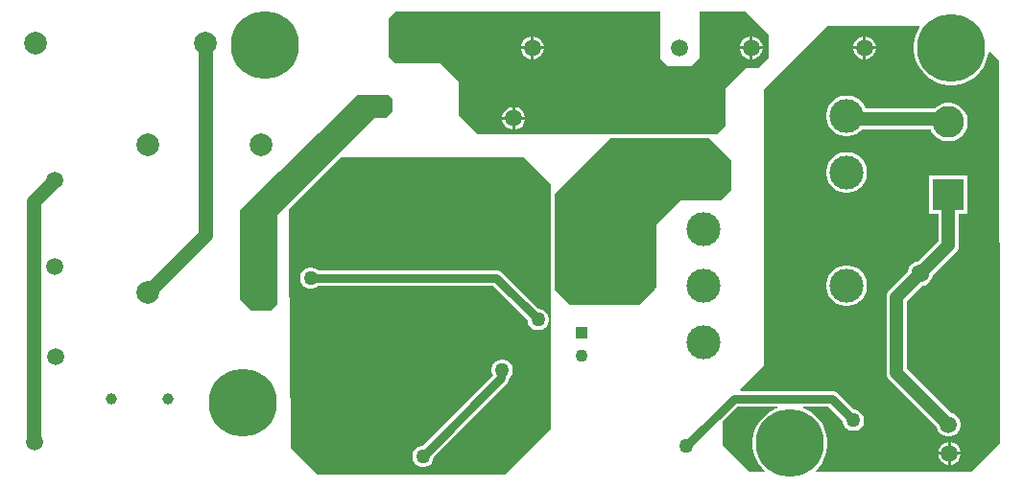
<source format=gbl>
G04*
G04 #@! TF.GenerationSoftware,Altium Limited,Altium Designer,23.4.1 (23)*
G04*
G04 Layer_Physical_Order=2*
G04 Layer_Color=16711680*
%FSLAX44Y44*%
%MOMM*%
G71*
G04*
G04 #@! TF.SameCoordinates,A62261B1-4730-41BB-8F10-B985FF82E821*
G04*
G04*
G04 #@! TF.FilePolarity,Positive*
G04*
G01*
G75*
%ADD46C,1.6000*%
%ADD47C,1.1000*%
%ADD49C,0.8000*%
%ADD52C,1.3000*%
%ADD54C,1.5000*%
%ADD55R,1.1000X1.1000*%
%ADD56R,1.6000X1.6000*%
%ADD57C,2.8000*%
%ADD58R,2.8000X2.8000*%
%ADD59C,2.0000*%
%ADD60C,1.0000*%
%ADD61C,3.0000*%
%ADD62C,6.0000*%
%ADD63C,1.2700*%
%ADD64C,1.2000*%
G36*
X669290Y400050D02*
Y379730D01*
X660400Y370840D01*
X648970D01*
X631190Y353060D01*
Y320040D01*
X623570Y312420D01*
X412750D01*
X396240Y328930D01*
Y358140D01*
X379730Y374650D01*
X340360D01*
X334010Y381000D01*
X334010Y414020D01*
X340360Y420370D01*
X572770D01*
X574040Y420370D01*
Y415290D01*
Y378460D01*
X580390Y372110D01*
X600710D01*
X608330Y379730D01*
Y415290D01*
Y420370D01*
X648970D01*
X669290Y400050D01*
D02*
G37*
G36*
X636270Y289560D02*
Y262890D01*
X627380Y254000D01*
X591820D01*
X570230Y232410D01*
Y177800D01*
X568960Y175260D01*
X554990Y161290D01*
X494030D01*
X480579Y174741D01*
Y259599D01*
X529590Y308610D01*
X617220D01*
X636270Y289560D01*
D02*
G37*
G36*
X337820Y342900D02*
Y332740D01*
X331470Y326390D01*
X321310D01*
X236220Y241300D01*
Y162560D01*
X229870Y156210D01*
X213360D01*
X203200Y166370D01*
Y245400D01*
X307489Y346710D01*
X334010Y346710D01*
X337820Y342900D01*
D02*
G37*
G36*
X802808Y406538D02*
X802356Y405916D01*
X799998Y401288D01*
X798393Y396348D01*
X797580Y391217D01*
Y386023D01*
X798393Y380892D01*
X799998Y375952D01*
X802356Y371324D01*
X805409Y367122D01*
X809082Y363449D01*
X813284Y360396D01*
X817912Y358038D01*
X822852Y356433D01*
X827983Y355620D01*
X833177D01*
X838307Y356433D01*
X843248Y358038D01*
X847876Y360396D01*
X852078Y363449D01*
X855751Y367122D01*
X858804Y371324D01*
X861162Y375952D01*
X862767Y380892D01*
X863345Y384539D01*
X864701Y384979D01*
X872490Y377190D01*
X873760Y57150D01*
Y39370D01*
X848360Y13970D01*
X711405D01*
X710879Y15240D01*
X713511Y17872D01*
X716564Y22074D01*
X718922Y26702D01*
X720527Y31642D01*
X721340Y36773D01*
Y41967D01*
X720527Y47098D01*
X718922Y52038D01*
X716564Y56666D01*
X713511Y60868D01*
X709838Y64541D01*
X705636Y67594D01*
X701008Y69952D01*
X699600Y70410D01*
X699801Y71680D01*
X722245D01*
X734870Y59055D01*
Y58459D01*
X735507Y56081D01*
X736738Y53949D01*
X738479Y52208D01*
X740611Y50977D01*
X742989Y50340D01*
X745451D01*
X747829Y50977D01*
X749961Y52208D01*
X751702Y53949D01*
X752933Y56081D01*
X753570Y58459D01*
Y60921D01*
X752933Y63299D01*
X751702Y65431D01*
X749961Y67172D01*
X747829Y68403D01*
X745451Y69040D01*
X744855D01*
X730162Y83732D01*
X728700Y84854D01*
X726997Y85560D01*
X725170Y85800D01*
X644990D01*
X644504Y86974D01*
X665480Y107950D01*
Y351790D01*
X721360Y407670D01*
X802232D01*
X802808Y406538D01*
D02*
G37*
G36*
X677080Y70410D02*
X675672Y69952D01*
X671044Y67594D01*
X666842Y64541D01*
X663169Y60868D01*
X660116Y56666D01*
X657758Y52038D01*
X656153Y47098D01*
X655340Y41967D01*
Y36773D01*
X656153Y31642D01*
X657758Y26702D01*
X660116Y22074D01*
X663169Y17872D01*
X665801Y15240D01*
X665275Y13970D01*
X652780D01*
X628650Y38100D01*
Y58551D01*
X641779Y71680D01*
X676879D01*
X677080Y70410D01*
D02*
G37*
G36*
X477520Y267970D02*
Y259599D01*
X477520Y259599D01*
X477520Y259599D01*
Y174741D01*
X477520Y174741D01*
X477520Y174741D01*
Y52070D01*
X436880Y11430D01*
X271780Y11430D01*
X247650Y35560D01*
X246380Y213360D01*
X246380Y246380D01*
X292100Y292100D01*
X453390D01*
X477520Y267970D01*
D02*
G37*
%LPC*%
G36*
X655372Y398660D02*
X655320D01*
Y389890D01*
X664090D01*
Y389942D01*
X663406Y392495D01*
X662084Y394785D01*
X660215Y396654D01*
X657925Y397976D01*
X655372Y398660D01*
D02*
G37*
G36*
X652780D02*
X652728D01*
X650175Y397976D01*
X647885Y396654D01*
X646016Y394785D01*
X644694Y392495D01*
X644010Y389942D01*
Y389890D01*
X652780D01*
Y398660D01*
D02*
G37*
G36*
X462332D02*
X462280D01*
Y389890D01*
X471050D01*
Y389942D01*
X470366Y392495D01*
X469044Y394785D01*
X467175Y396654D01*
X464885Y397976D01*
X462332Y398660D01*
D02*
G37*
G36*
X459740D02*
X459688D01*
X457135Y397976D01*
X454845Y396654D01*
X452976Y394785D01*
X451654Y392495D01*
X450970Y389942D01*
Y389890D01*
X459740D01*
Y398660D01*
D02*
G37*
G36*
X664090Y387350D02*
X655320D01*
Y378580D01*
X655372D01*
X657925Y379264D01*
X660215Y380586D01*
X662084Y382455D01*
X663406Y384745D01*
X664090Y387298D01*
Y387350D01*
D02*
G37*
G36*
X652780D02*
X644010D01*
Y387298D01*
X644694Y384745D01*
X646016Y382455D01*
X647885Y380586D01*
X650175Y379264D01*
X652728Y378580D01*
X652780D01*
Y387350D01*
D02*
G37*
G36*
X471050D02*
X462280D01*
Y378580D01*
X462332D01*
X464885Y379264D01*
X467175Y380586D01*
X469044Y382455D01*
X470366Y384745D01*
X471050Y387298D01*
Y387350D01*
D02*
G37*
G36*
X459740D02*
X450970D01*
Y387298D01*
X451654Y384745D01*
X452976Y382455D01*
X454845Y380586D01*
X457135Y379264D01*
X459688Y378580D01*
X459740D01*
Y387350D01*
D02*
G37*
G36*
X445822Y336430D02*
X445770D01*
Y327660D01*
X454540D01*
Y327712D01*
X453856Y330265D01*
X452534Y332555D01*
X450665Y334424D01*
X448375Y335746D01*
X445822Y336430D01*
D02*
G37*
G36*
X443230D02*
X443178D01*
X440625Y335746D01*
X438335Y334424D01*
X436466Y332555D01*
X435144Y330265D01*
X434460Y327712D01*
Y327660D01*
X443230D01*
Y336430D01*
D02*
G37*
G36*
X454540Y325120D02*
X445770D01*
Y316350D01*
X445822D01*
X448375Y317034D01*
X450665Y318356D01*
X452534Y320225D01*
X453856Y322515D01*
X454540Y325068D01*
Y325120D01*
D02*
G37*
G36*
X443230D02*
X434460D01*
Y325068D01*
X435144Y322515D01*
X436466Y320225D01*
X438335Y318356D01*
X440625Y317034D01*
X443178Y316350D01*
X443230D01*
Y325120D01*
D02*
G37*
G36*
X755372Y398660D02*
X755320D01*
Y389890D01*
X764090D01*
Y389942D01*
X763406Y392495D01*
X762084Y394785D01*
X760215Y396654D01*
X757925Y397976D01*
X755372Y398660D01*
D02*
G37*
G36*
X752780D02*
X752728D01*
X750175Y397976D01*
X747885Y396654D01*
X746016Y394785D01*
X744694Y392495D01*
X744010Y389942D01*
Y389890D01*
X752780D01*
Y398660D01*
D02*
G37*
G36*
X764090Y387350D02*
X755320D01*
Y378580D01*
X755372D01*
X757925Y379264D01*
X760215Y380586D01*
X762084Y382455D01*
X763406Y384745D01*
X764090Y387298D01*
Y387350D01*
D02*
G37*
G36*
X752780D02*
X744010D01*
Y387298D01*
X744694Y384745D01*
X746016Y382455D01*
X747885Y380586D01*
X750175Y379264D01*
X752728Y378580D01*
X752780D01*
Y387350D01*
D02*
G37*
G36*
X739913Y346600D02*
X736367D01*
X732890Y345908D01*
X729614Y344551D01*
X726666Y342581D01*
X724158Y340074D01*
X722189Y337126D01*
X720832Y333850D01*
X720140Y330373D01*
Y326827D01*
X720832Y323350D01*
X722189Y320074D01*
X724158Y317126D01*
X726666Y314618D01*
X729614Y312649D01*
X732890Y311292D01*
X736367Y310600D01*
X739913D01*
X743390Y311292D01*
X746666Y312649D01*
X749614Y314618D01*
X751745Y316749D01*
X812251D01*
X812975Y315002D01*
X814835Y312217D01*
X817203Y309849D01*
X819987Y307989D01*
X823081Y306707D01*
X826366Y306054D01*
X829714D01*
X832999Y306707D01*
X836093Y307989D01*
X838877Y309849D01*
X841245Y312217D01*
X843105Y315002D01*
X844387Y318095D01*
X845040Y321380D01*
Y324728D01*
X844387Y328013D01*
X843105Y331106D01*
X841245Y333891D01*
X838877Y336259D01*
X836093Y338119D01*
X832999Y339401D01*
X829714Y340054D01*
X826366D01*
X823081Y339401D01*
X819987Y338119D01*
X817203Y336259D01*
X815849Y334905D01*
X755012D01*
X754091Y337126D01*
X752122Y340074D01*
X749614Y342581D01*
X746666Y344551D01*
X743390Y345908D01*
X739913Y346600D01*
D02*
G37*
G36*
Y296600D02*
X736367D01*
X732890Y295908D01*
X729614Y294551D01*
X726666Y292582D01*
X724158Y290074D01*
X722189Y287126D01*
X720832Y283850D01*
X720140Y280373D01*
Y276827D01*
X720832Y273350D01*
X722189Y270074D01*
X724158Y267126D01*
X726666Y264618D01*
X729614Y262649D01*
X732890Y261292D01*
X736367Y260600D01*
X739913D01*
X743390Y261292D01*
X746666Y262649D01*
X749614Y264618D01*
X752122Y267126D01*
X754091Y270074D01*
X755448Y273350D01*
X756140Y276827D01*
Y280373D01*
X755448Y283850D01*
X754091Y287126D01*
X752122Y290074D01*
X749614Y292582D01*
X746666Y294551D01*
X743390Y295908D01*
X739913Y296600D01*
D02*
G37*
G36*
Y196600D02*
X736367D01*
X732890Y195908D01*
X729614Y194551D01*
X726666Y192582D01*
X724158Y190074D01*
X722189Y187126D01*
X720832Y183850D01*
X720140Y180373D01*
Y176827D01*
X720832Y173350D01*
X722189Y170074D01*
X724158Y167126D01*
X726666Y164618D01*
X729614Y162649D01*
X732890Y161292D01*
X736367Y160600D01*
X739913D01*
X743390Y161292D01*
X746666Y162649D01*
X749614Y164618D01*
X752122Y167126D01*
X754091Y170074D01*
X755448Y173350D01*
X756140Y176827D01*
Y180373D01*
X755448Y183850D01*
X754091Y187126D01*
X752122Y190074D01*
X749614Y192582D01*
X746666Y194551D01*
X743390Y195908D01*
X739913Y196600D01*
D02*
G37*
G36*
X845040Y276080D02*
X811040D01*
Y242080D01*
X818962D01*
Y217990D01*
X801060Y200087D01*
X798794Y199480D01*
X796286Y198032D01*
X794238Y195984D01*
X792790Y193476D01*
X792183Y191210D01*
X775901Y174929D01*
X774458Y173049D01*
X773552Y170859D01*
X773242Y168510D01*
Y101600D01*
X773552Y99251D01*
X774458Y97061D01*
X775901Y95181D01*
X817890Y53193D01*
X818256Y51827D01*
X819638Y49433D01*
X821593Y47478D01*
X823987Y46096D01*
X826658Y45380D01*
X829422D01*
X832093Y46096D01*
X834487Y47478D01*
X836442Y49433D01*
X837824Y51827D01*
X838540Y54498D01*
Y57262D01*
X837824Y59933D01*
X836442Y62327D01*
X834487Y64282D01*
X832093Y65664D01*
X830727Y66030D01*
X791398Y105360D01*
Y164750D01*
X805020Y178373D01*
X807286Y178980D01*
X809794Y180428D01*
X811842Y182476D01*
X813290Y184984D01*
X813897Y187250D01*
X834459Y207811D01*
X834459Y207811D01*
X835901Y209691D01*
X836808Y211880D01*
X837118Y214230D01*
X837118Y214230D01*
Y242080D01*
X845040D01*
Y276080D01*
D02*
G37*
G36*
X830362Y40520D02*
X830310D01*
Y31750D01*
X839080D01*
Y31802D01*
X838396Y34355D01*
X837074Y36645D01*
X835205Y38514D01*
X832915Y39836D01*
X830362Y40520D01*
D02*
G37*
G36*
X827770D02*
X827718D01*
X825165Y39836D01*
X822875Y38514D01*
X821006Y36645D01*
X819684Y34355D01*
X819000Y31802D01*
Y31750D01*
X827770D01*
Y40520D01*
D02*
G37*
G36*
X839080Y29210D02*
X830310D01*
Y20440D01*
X830362D01*
X832915Y21124D01*
X835205Y22446D01*
X837074Y24315D01*
X838396Y26605D01*
X839080Y29158D01*
Y29210D01*
D02*
G37*
G36*
X827770D02*
X819000D01*
Y29158D01*
X819684Y26605D01*
X821006Y24315D01*
X822875Y22446D01*
X825165Y21124D01*
X827718Y20440D01*
X827770D01*
Y29210D01*
D02*
G37*
G36*
X266661Y194770D02*
X264199D01*
X261821Y194133D01*
X259689Y192902D01*
X257948Y191161D01*
X256717Y189029D01*
X256080Y186651D01*
Y184189D01*
X256717Y181811D01*
X257948Y179679D01*
X259689Y177938D01*
X261821Y176707D01*
X264199Y176070D01*
X266661D01*
X269039Y176707D01*
X271171Y177938D01*
X271593Y178360D01*
X426335D01*
X456740Y147955D01*
Y147359D01*
X457377Y144981D01*
X458608Y142849D01*
X460349Y141108D01*
X462481Y139877D01*
X464859Y139240D01*
X467321D01*
X469699Y139877D01*
X471831Y141108D01*
X473572Y142849D01*
X474803Y144981D01*
X475440Y147359D01*
Y149821D01*
X474803Y152199D01*
X473572Y154331D01*
X471831Y156072D01*
X469699Y157303D01*
X467321Y157940D01*
X466725D01*
X434252Y190412D01*
X432790Y191535D01*
X431087Y192240D01*
X429260Y192480D01*
X271593D01*
X271171Y192902D01*
X269039Y194133D01*
X266661Y194770D01*
D02*
G37*
G36*
X435571Y113490D02*
X433109D01*
X430731Y112853D01*
X428599Y111622D01*
X426858Y109881D01*
X425627Y107749D01*
X424990Y105371D01*
Y102909D01*
X425627Y100531D01*
X426165Y99600D01*
X363855Y37290D01*
X363259D01*
X360881Y36653D01*
X358749Y35422D01*
X357008Y33681D01*
X355777Y31549D01*
X355140Y29171D01*
Y26709D01*
X355777Y24331D01*
X357008Y22199D01*
X358749Y20458D01*
X360881Y19227D01*
X363259Y18590D01*
X365721D01*
X368099Y19227D01*
X370231Y20458D01*
X371972Y22199D01*
X373203Y24331D01*
X373840Y26709D01*
Y27305D01*
X438433Y91898D01*
X439555Y93361D01*
X440261Y95063D01*
X440501Y96891D01*
Y97078D01*
X441822Y98399D01*
X443053Y100531D01*
X443690Y102909D01*
Y105371D01*
X443053Y107749D01*
X441822Y109881D01*
X440081Y111622D01*
X437949Y112853D01*
X435571Y113490D01*
D02*
G37*
%LPD*%
D46*
X803040Y189230D02*
D03*
D47*
X504190Y117160D02*
D03*
D49*
X638854Y78740D02*
X725170D01*
X744220Y59690D01*
X597023Y36909D02*
X638854Y78740D01*
X265430Y185420D02*
X429260D01*
X466090Y148590D01*
X364490Y27940D02*
X433441Y96891D01*
Y103241D01*
X434340Y104140D01*
D52*
X20980Y253390D02*
X39370Y271780D01*
X20980Y47590D02*
Y253390D01*
X172860Y223660D02*
Y392430D01*
X121920Y172720D02*
X172860Y223660D01*
D54*
X39370Y195580D02*
D03*
Y271780D02*
D03*
X461010Y388620D02*
D03*
X591010D02*
D03*
X444500Y326390D02*
D03*
Y276390D02*
D03*
X829040Y30480D02*
D03*
X828040Y55880D02*
D03*
X754050Y388620D02*
D03*
X654050D02*
D03*
X21590Y40640D02*
D03*
X40590Y115640D02*
D03*
D55*
X504190Y137160D02*
D03*
D56*
X853040Y189230D02*
D03*
D57*
X828040Y323054D02*
D03*
D58*
Y259080D02*
D03*
D59*
X172860Y392430D02*
D03*
X22860D02*
D03*
X121920Y172720D02*
D03*
Y302720D02*
D03*
X221920Y172720D02*
D03*
Y302720D02*
D03*
D60*
X89300Y78740D02*
D03*
X139300D02*
D03*
D61*
X612140Y278600D02*
D03*
X738140D02*
D03*
Y178600D02*
D03*
X612140Y128600D02*
D03*
Y328600D02*
D03*
Y228600D02*
D03*
Y178600D02*
D03*
X738140Y328600D02*
D03*
Y228600D02*
D03*
Y128600D02*
D03*
D62*
X688340Y39370D02*
D03*
X830580Y388620D02*
D03*
X224790Y391160D02*
D03*
X205740Y74930D02*
D03*
D63*
X744220Y59690D02*
D03*
X728980Y45720D02*
D03*
X646430Y54610D02*
D03*
X857250Y351790D02*
D03*
X737870Y21590D02*
D03*
X866140Y80010D02*
D03*
X767080Y96520D02*
D03*
X684530Y97790D02*
D03*
X859790Y149860D02*
D03*
X763270Y151130D02*
D03*
X688340Y152400D02*
D03*
X695960Y220980D02*
D03*
X779780Y237490D02*
D03*
X864870Y232410D02*
D03*
X862330Y309880D02*
D03*
X781050Y303530D02*
D03*
X693420Y304800D02*
D03*
X775970Y369570D02*
D03*
X709930Y372110D02*
D03*
X570230Y252730D02*
D03*
X544830Y254000D02*
D03*
X525780D02*
D03*
X509270D02*
D03*
X551180Y210820D02*
D03*
X533400D02*
D03*
X516890D02*
D03*
X500380D02*
D03*
X516890Y185420D02*
D03*
X533400D02*
D03*
X551180D02*
D03*
X500380D02*
D03*
X466090Y106680D02*
D03*
Y148590D02*
D03*
X342900Y387350D02*
D03*
X364490Y27940D02*
D03*
X392430Y36830D02*
D03*
X394970Y81280D02*
D03*
X330200Y204470D02*
D03*
X378460Y135890D02*
D03*
X331470Y99060D02*
D03*
X351790Y100330D02*
D03*
X408940Y48260D02*
D03*
X354330Y55880D02*
D03*
X280670Y27940D02*
D03*
X292100Y52070D02*
D03*
X261620Y53340D02*
D03*
X259080Y119380D02*
D03*
X279791Y128449D02*
D03*
X265430Y158750D02*
D03*
X354330Y167640D02*
D03*
X356870Y212090D02*
D03*
Y237490D02*
D03*
X261620D02*
D03*
Y210820D02*
D03*
X597023Y36909D02*
D03*
X342900Y411480D02*
D03*
Y398780D02*
D03*
X326390Y337820D02*
D03*
X313690D02*
D03*
X265430Y185420D02*
D03*
X434340Y104140D02*
D03*
D64*
X782320Y168510D02*
X803040Y189230D01*
X782320Y101600D02*
Y168510D01*
Y101600D02*
X828040Y55880D01*
Y214230D02*
Y259080D01*
X803040Y189230D02*
X828040Y214230D01*
X738140Y328600D02*
X740913Y325827D01*
X825267D01*
X828040Y323054D01*
M02*

</source>
